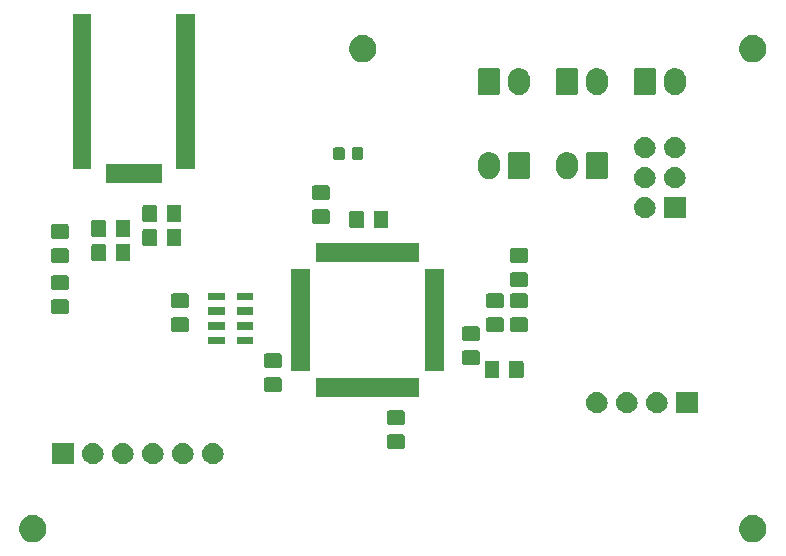
<source format=gbr>
G04 #@! TF.GenerationSoftware,KiCad,Pcbnew,5.0.1*
G04 #@! TF.CreationDate,2018-10-29T01:07:12-05:00*
G04 #@! TF.ProjectId,RDP-Environmental,5244502D456E7669726F6E6D656E7461,01*
G04 #@! TF.SameCoordinates,Original*
G04 #@! TF.FileFunction,Soldermask,Top*
G04 #@! TF.FilePolarity,Negative*
%FSLAX46Y46*%
G04 Gerber Fmt 4.6, Leading zero omitted, Abs format (unit mm)*
G04 Created by KiCad (PCBNEW 5.0.1) date Mon 29 Oct 2018 01:07:12 AM CDT*
%MOMM*%
%LPD*%
G01*
G04 APERTURE LIST*
%ADD10C,0.100000*%
G04 APERTURE END LIST*
D10*
G36*
X89235734Y-64933232D02*
X89445202Y-65019996D01*
X89633723Y-65145962D01*
X89794038Y-65306277D01*
X89920004Y-65494798D01*
X90006768Y-65704266D01*
X90051000Y-65926635D01*
X90051000Y-66153365D01*
X90006768Y-66375734D01*
X89920004Y-66585202D01*
X89794038Y-66773723D01*
X89633723Y-66934038D01*
X89445202Y-67060004D01*
X89235734Y-67146768D01*
X89013365Y-67191000D01*
X88786635Y-67191000D01*
X88564266Y-67146768D01*
X88354798Y-67060004D01*
X88166277Y-66934038D01*
X88005962Y-66773723D01*
X87879996Y-66585202D01*
X87793232Y-66375734D01*
X87749000Y-66153365D01*
X87749000Y-65926635D01*
X87793232Y-65704266D01*
X87879996Y-65494798D01*
X88005962Y-65306277D01*
X88166277Y-65145962D01*
X88354798Y-65019996D01*
X88564266Y-64933232D01*
X88786635Y-64889000D01*
X89013365Y-64889000D01*
X89235734Y-64933232D01*
X89235734Y-64933232D01*
G37*
G36*
X28275734Y-64933232D02*
X28485202Y-65019996D01*
X28673723Y-65145962D01*
X28834038Y-65306277D01*
X28960004Y-65494798D01*
X29046768Y-65704266D01*
X29091000Y-65926635D01*
X29091000Y-66153365D01*
X29046768Y-66375734D01*
X28960004Y-66585202D01*
X28834038Y-66773723D01*
X28673723Y-66934038D01*
X28485202Y-67060004D01*
X28275734Y-67146768D01*
X28053365Y-67191000D01*
X27826635Y-67191000D01*
X27604266Y-67146768D01*
X27394798Y-67060004D01*
X27206277Y-66934038D01*
X27045962Y-66773723D01*
X26919996Y-66585202D01*
X26833232Y-66375734D01*
X26789000Y-66153365D01*
X26789000Y-65926635D01*
X26833232Y-65704266D01*
X26919996Y-65494798D01*
X27045962Y-65306277D01*
X27206277Y-65145962D01*
X27394798Y-65019996D01*
X27604266Y-64933232D01*
X27826635Y-64889000D01*
X28053365Y-64889000D01*
X28275734Y-64933232D01*
X28275734Y-64933232D01*
G37*
G36*
X43290442Y-58795518D02*
X43356627Y-58802037D01*
X43469853Y-58836384D01*
X43526467Y-58853557D01*
X43665087Y-58927652D01*
X43682991Y-58937222D01*
X43718729Y-58966552D01*
X43820186Y-59049814D01*
X43902391Y-59149983D01*
X43932778Y-59187009D01*
X43932779Y-59187011D01*
X44016443Y-59343533D01*
X44016443Y-59343534D01*
X44067963Y-59513373D01*
X44085359Y-59690000D01*
X44067963Y-59866627D01*
X44033616Y-59979853D01*
X44016443Y-60036467D01*
X43942348Y-60175087D01*
X43932778Y-60192991D01*
X43903448Y-60228729D01*
X43820186Y-60330186D01*
X43718729Y-60413448D01*
X43682991Y-60442778D01*
X43682989Y-60442779D01*
X43526467Y-60526443D01*
X43469853Y-60543616D01*
X43356627Y-60577963D01*
X43290443Y-60584481D01*
X43224260Y-60591000D01*
X43135740Y-60591000D01*
X43069557Y-60584481D01*
X43003373Y-60577963D01*
X42890147Y-60543616D01*
X42833533Y-60526443D01*
X42677011Y-60442779D01*
X42677009Y-60442778D01*
X42641271Y-60413448D01*
X42539814Y-60330186D01*
X42456552Y-60228729D01*
X42427222Y-60192991D01*
X42417652Y-60175087D01*
X42343557Y-60036467D01*
X42326384Y-59979853D01*
X42292037Y-59866627D01*
X42274641Y-59690000D01*
X42292037Y-59513373D01*
X42343557Y-59343534D01*
X42343557Y-59343533D01*
X42427221Y-59187011D01*
X42427222Y-59187009D01*
X42457609Y-59149983D01*
X42539814Y-59049814D01*
X42641271Y-58966552D01*
X42677009Y-58937222D01*
X42694913Y-58927652D01*
X42833533Y-58853557D01*
X42890147Y-58836384D01*
X43003373Y-58802037D01*
X43069558Y-58795518D01*
X43135740Y-58789000D01*
X43224260Y-58789000D01*
X43290442Y-58795518D01*
X43290442Y-58795518D01*
G37*
G36*
X35670442Y-58795518D02*
X35736627Y-58802037D01*
X35849853Y-58836384D01*
X35906467Y-58853557D01*
X36045087Y-58927652D01*
X36062991Y-58937222D01*
X36098729Y-58966552D01*
X36200186Y-59049814D01*
X36282391Y-59149983D01*
X36312778Y-59187009D01*
X36312779Y-59187011D01*
X36396443Y-59343533D01*
X36396443Y-59343534D01*
X36447963Y-59513373D01*
X36465359Y-59690000D01*
X36447963Y-59866627D01*
X36413616Y-59979853D01*
X36396443Y-60036467D01*
X36322348Y-60175087D01*
X36312778Y-60192991D01*
X36283448Y-60228729D01*
X36200186Y-60330186D01*
X36098729Y-60413448D01*
X36062991Y-60442778D01*
X36062989Y-60442779D01*
X35906467Y-60526443D01*
X35849853Y-60543616D01*
X35736627Y-60577963D01*
X35670443Y-60584481D01*
X35604260Y-60591000D01*
X35515740Y-60591000D01*
X35449557Y-60584481D01*
X35383373Y-60577963D01*
X35270147Y-60543616D01*
X35213533Y-60526443D01*
X35057011Y-60442779D01*
X35057009Y-60442778D01*
X35021271Y-60413448D01*
X34919814Y-60330186D01*
X34836552Y-60228729D01*
X34807222Y-60192991D01*
X34797652Y-60175087D01*
X34723557Y-60036467D01*
X34706384Y-59979853D01*
X34672037Y-59866627D01*
X34654641Y-59690000D01*
X34672037Y-59513373D01*
X34723557Y-59343534D01*
X34723557Y-59343533D01*
X34807221Y-59187011D01*
X34807222Y-59187009D01*
X34837609Y-59149983D01*
X34919814Y-59049814D01*
X35021271Y-58966552D01*
X35057009Y-58937222D01*
X35074913Y-58927652D01*
X35213533Y-58853557D01*
X35270147Y-58836384D01*
X35383373Y-58802037D01*
X35449558Y-58795518D01*
X35515740Y-58789000D01*
X35604260Y-58789000D01*
X35670442Y-58795518D01*
X35670442Y-58795518D01*
G37*
G36*
X40750442Y-58795518D02*
X40816627Y-58802037D01*
X40929853Y-58836384D01*
X40986467Y-58853557D01*
X41125087Y-58927652D01*
X41142991Y-58937222D01*
X41178729Y-58966552D01*
X41280186Y-59049814D01*
X41362391Y-59149983D01*
X41392778Y-59187009D01*
X41392779Y-59187011D01*
X41476443Y-59343533D01*
X41476443Y-59343534D01*
X41527963Y-59513373D01*
X41545359Y-59690000D01*
X41527963Y-59866627D01*
X41493616Y-59979853D01*
X41476443Y-60036467D01*
X41402348Y-60175087D01*
X41392778Y-60192991D01*
X41363448Y-60228729D01*
X41280186Y-60330186D01*
X41178729Y-60413448D01*
X41142991Y-60442778D01*
X41142989Y-60442779D01*
X40986467Y-60526443D01*
X40929853Y-60543616D01*
X40816627Y-60577963D01*
X40750443Y-60584481D01*
X40684260Y-60591000D01*
X40595740Y-60591000D01*
X40529557Y-60584481D01*
X40463373Y-60577963D01*
X40350147Y-60543616D01*
X40293533Y-60526443D01*
X40137011Y-60442779D01*
X40137009Y-60442778D01*
X40101271Y-60413448D01*
X39999814Y-60330186D01*
X39916552Y-60228729D01*
X39887222Y-60192991D01*
X39877652Y-60175087D01*
X39803557Y-60036467D01*
X39786384Y-59979853D01*
X39752037Y-59866627D01*
X39734641Y-59690000D01*
X39752037Y-59513373D01*
X39803557Y-59343534D01*
X39803557Y-59343533D01*
X39887221Y-59187011D01*
X39887222Y-59187009D01*
X39917609Y-59149983D01*
X39999814Y-59049814D01*
X40101271Y-58966552D01*
X40137009Y-58937222D01*
X40154913Y-58927652D01*
X40293533Y-58853557D01*
X40350147Y-58836384D01*
X40463373Y-58802037D01*
X40529558Y-58795518D01*
X40595740Y-58789000D01*
X40684260Y-58789000D01*
X40750442Y-58795518D01*
X40750442Y-58795518D01*
G37*
G36*
X38210442Y-58795518D02*
X38276627Y-58802037D01*
X38389853Y-58836384D01*
X38446467Y-58853557D01*
X38585087Y-58927652D01*
X38602991Y-58937222D01*
X38638729Y-58966552D01*
X38740186Y-59049814D01*
X38822391Y-59149983D01*
X38852778Y-59187009D01*
X38852779Y-59187011D01*
X38936443Y-59343533D01*
X38936443Y-59343534D01*
X38987963Y-59513373D01*
X39005359Y-59690000D01*
X38987963Y-59866627D01*
X38953616Y-59979853D01*
X38936443Y-60036467D01*
X38862348Y-60175087D01*
X38852778Y-60192991D01*
X38823448Y-60228729D01*
X38740186Y-60330186D01*
X38638729Y-60413448D01*
X38602991Y-60442778D01*
X38602989Y-60442779D01*
X38446467Y-60526443D01*
X38389853Y-60543616D01*
X38276627Y-60577963D01*
X38210443Y-60584481D01*
X38144260Y-60591000D01*
X38055740Y-60591000D01*
X37989557Y-60584481D01*
X37923373Y-60577963D01*
X37810147Y-60543616D01*
X37753533Y-60526443D01*
X37597011Y-60442779D01*
X37597009Y-60442778D01*
X37561271Y-60413448D01*
X37459814Y-60330186D01*
X37376552Y-60228729D01*
X37347222Y-60192991D01*
X37337652Y-60175087D01*
X37263557Y-60036467D01*
X37246384Y-59979853D01*
X37212037Y-59866627D01*
X37194641Y-59690000D01*
X37212037Y-59513373D01*
X37263557Y-59343534D01*
X37263557Y-59343533D01*
X37347221Y-59187011D01*
X37347222Y-59187009D01*
X37377609Y-59149983D01*
X37459814Y-59049814D01*
X37561271Y-58966552D01*
X37597009Y-58937222D01*
X37614913Y-58927652D01*
X37753533Y-58853557D01*
X37810147Y-58836384D01*
X37923373Y-58802037D01*
X37989558Y-58795518D01*
X38055740Y-58789000D01*
X38144260Y-58789000D01*
X38210442Y-58795518D01*
X38210442Y-58795518D01*
G37*
G36*
X33130442Y-58795518D02*
X33196627Y-58802037D01*
X33309853Y-58836384D01*
X33366467Y-58853557D01*
X33505087Y-58927652D01*
X33522991Y-58937222D01*
X33558729Y-58966552D01*
X33660186Y-59049814D01*
X33742391Y-59149983D01*
X33772778Y-59187009D01*
X33772779Y-59187011D01*
X33856443Y-59343533D01*
X33856443Y-59343534D01*
X33907963Y-59513373D01*
X33925359Y-59690000D01*
X33907963Y-59866627D01*
X33873616Y-59979853D01*
X33856443Y-60036467D01*
X33782348Y-60175087D01*
X33772778Y-60192991D01*
X33743448Y-60228729D01*
X33660186Y-60330186D01*
X33558729Y-60413448D01*
X33522991Y-60442778D01*
X33522989Y-60442779D01*
X33366467Y-60526443D01*
X33309853Y-60543616D01*
X33196627Y-60577963D01*
X33130443Y-60584481D01*
X33064260Y-60591000D01*
X32975740Y-60591000D01*
X32909557Y-60584481D01*
X32843373Y-60577963D01*
X32730147Y-60543616D01*
X32673533Y-60526443D01*
X32517011Y-60442779D01*
X32517009Y-60442778D01*
X32481271Y-60413448D01*
X32379814Y-60330186D01*
X32296552Y-60228729D01*
X32267222Y-60192991D01*
X32257652Y-60175087D01*
X32183557Y-60036467D01*
X32166384Y-59979853D01*
X32132037Y-59866627D01*
X32114641Y-59690000D01*
X32132037Y-59513373D01*
X32183557Y-59343534D01*
X32183557Y-59343533D01*
X32267221Y-59187011D01*
X32267222Y-59187009D01*
X32297609Y-59149983D01*
X32379814Y-59049814D01*
X32481271Y-58966552D01*
X32517009Y-58937222D01*
X32534913Y-58927652D01*
X32673533Y-58853557D01*
X32730147Y-58836384D01*
X32843373Y-58802037D01*
X32909558Y-58795518D01*
X32975740Y-58789000D01*
X33064260Y-58789000D01*
X33130442Y-58795518D01*
X33130442Y-58795518D01*
G37*
G36*
X31381000Y-60591000D02*
X29579000Y-60591000D01*
X29579000Y-58789000D01*
X31381000Y-58789000D01*
X31381000Y-60591000D01*
X31381000Y-60591000D01*
G37*
G36*
X59262677Y-58070465D02*
X59300364Y-58081898D01*
X59335103Y-58100466D01*
X59365548Y-58125452D01*
X59390534Y-58155897D01*
X59409102Y-58190636D01*
X59420535Y-58228323D01*
X59425000Y-58273661D01*
X59425000Y-59110339D01*
X59420535Y-59155677D01*
X59409102Y-59193364D01*
X59390534Y-59228103D01*
X59365548Y-59258548D01*
X59335103Y-59283534D01*
X59300364Y-59302102D01*
X59262677Y-59313535D01*
X59217339Y-59318000D01*
X58130661Y-59318000D01*
X58085323Y-59313535D01*
X58047636Y-59302102D01*
X58012897Y-59283534D01*
X57982452Y-59258548D01*
X57957466Y-59228103D01*
X57938898Y-59193364D01*
X57927465Y-59155677D01*
X57923000Y-59110339D01*
X57923000Y-58273661D01*
X57927465Y-58228323D01*
X57938898Y-58190636D01*
X57957466Y-58155897D01*
X57982452Y-58125452D01*
X58012897Y-58100466D01*
X58047636Y-58081898D01*
X58085323Y-58070465D01*
X58130661Y-58066000D01*
X59217339Y-58066000D01*
X59262677Y-58070465D01*
X59262677Y-58070465D01*
G37*
G36*
X59262677Y-56020465D02*
X59300364Y-56031898D01*
X59335103Y-56050466D01*
X59365548Y-56075452D01*
X59390534Y-56105897D01*
X59409102Y-56140636D01*
X59420535Y-56178323D01*
X59425000Y-56223661D01*
X59425000Y-57060339D01*
X59420535Y-57105677D01*
X59409102Y-57143364D01*
X59390534Y-57178103D01*
X59365548Y-57208548D01*
X59335103Y-57233534D01*
X59300364Y-57252102D01*
X59262677Y-57263535D01*
X59217339Y-57268000D01*
X58130661Y-57268000D01*
X58085323Y-57263535D01*
X58047636Y-57252102D01*
X58012897Y-57233534D01*
X57982452Y-57208548D01*
X57957466Y-57178103D01*
X57938898Y-57143364D01*
X57927465Y-57105677D01*
X57923000Y-57060339D01*
X57923000Y-56223661D01*
X57927465Y-56178323D01*
X57938898Y-56140636D01*
X57957466Y-56105897D01*
X57982452Y-56075452D01*
X58012897Y-56050466D01*
X58047636Y-56031898D01*
X58085323Y-56020465D01*
X58130661Y-56016000D01*
X59217339Y-56016000D01*
X59262677Y-56020465D01*
X59262677Y-56020465D01*
G37*
G36*
X80882443Y-54477519D02*
X80948627Y-54484037D01*
X81061853Y-54518384D01*
X81118467Y-54535557D01*
X81257087Y-54609652D01*
X81274991Y-54619222D01*
X81310729Y-54648552D01*
X81412186Y-54731814D01*
X81495448Y-54833271D01*
X81524778Y-54869009D01*
X81524779Y-54869011D01*
X81608443Y-55025533D01*
X81608443Y-55025534D01*
X81659963Y-55195373D01*
X81677359Y-55372000D01*
X81659963Y-55548627D01*
X81625616Y-55661853D01*
X81608443Y-55718467D01*
X81534348Y-55857087D01*
X81524778Y-55874991D01*
X81495448Y-55910729D01*
X81412186Y-56012186D01*
X81310729Y-56095448D01*
X81274991Y-56124778D01*
X81274989Y-56124779D01*
X81118467Y-56208443D01*
X81068299Y-56223661D01*
X80948627Y-56259963D01*
X80882443Y-56266481D01*
X80816260Y-56273000D01*
X80727740Y-56273000D01*
X80661557Y-56266481D01*
X80595373Y-56259963D01*
X80475701Y-56223661D01*
X80425533Y-56208443D01*
X80269011Y-56124779D01*
X80269009Y-56124778D01*
X80233271Y-56095448D01*
X80131814Y-56012186D01*
X80048552Y-55910729D01*
X80019222Y-55874991D01*
X80009652Y-55857087D01*
X79935557Y-55718467D01*
X79918384Y-55661853D01*
X79884037Y-55548627D01*
X79866641Y-55372000D01*
X79884037Y-55195373D01*
X79935557Y-55025534D01*
X79935557Y-55025533D01*
X80019221Y-54869011D01*
X80019222Y-54869009D01*
X80048552Y-54833271D01*
X80131814Y-54731814D01*
X80233271Y-54648552D01*
X80269009Y-54619222D01*
X80286913Y-54609652D01*
X80425533Y-54535557D01*
X80482147Y-54518384D01*
X80595373Y-54484037D01*
X80661557Y-54477519D01*
X80727740Y-54471000D01*
X80816260Y-54471000D01*
X80882443Y-54477519D01*
X80882443Y-54477519D01*
G37*
G36*
X84213000Y-56273000D02*
X82411000Y-56273000D01*
X82411000Y-54471000D01*
X84213000Y-54471000D01*
X84213000Y-56273000D01*
X84213000Y-56273000D01*
G37*
G36*
X78342443Y-54477519D02*
X78408627Y-54484037D01*
X78521853Y-54518384D01*
X78578467Y-54535557D01*
X78717087Y-54609652D01*
X78734991Y-54619222D01*
X78770729Y-54648552D01*
X78872186Y-54731814D01*
X78955448Y-54833271D01*
X78984778Y-54869009D01*
X78984779Y-54869011D01*
X79068443Y-55025533D01*
X79068443Y-55025534D01*
X79119963Y-55195373D01*
X79137359Y-55372000D01*
X79119963Y-55548627D01*
X79085616Y-55661853D01*
X79068443Y-55718467D01*
X78994348Y-55857087D01*
X78984778Y-55874991D01*
X78955448Y-55910729D01*
X78872186Y-56012186D01*
X78770729Y-56095448D01*
X78734991Y-56124778D01*
X78734989Y-56124779D01*
X78578467Y-56208443D01*
X78528299Y-56223661D01*
X78408627Y-56259963D01*
X78342443Y-56266481D01*
X78276260Y-56273000D01*
X78187740Y-56273000D01*
X78121557Y-56266481D01*
X78055373Y-56259963D01*
X77935701Y-56223661D01*
X77885533Y-56208443D01*
X77729011Y-56124779D01*
X77729009Y-56124778D01*
X77693271Y-56095448D01*
X77591814Y-56012186D01*
X77508552Y-55910729D01*
X77479222Y-55874991D01*
X77469652Y-55857087D01*
X77395557Y-55718467D01*
X77378384Y-55661853D01*
X77344037Y-55548627D01*
X77326641Y-55372000D01*
X77344037Y-55195373D01*
X77395557Y-55025534D01*
X77395557Y-55025533D01*
X77479221Y-54869011D01*
X77479222Y-54869009D01*
X77508552Y-54833271D01*
X77591814Y-54731814D01*
X77693271Y-54648552D01*
X77729009Y-54619222D01*
X77746913Y-54609652D01*
X77885533Y-54535557D01*
X77942147Y-54518384D01*
X78055373Y-54484037D01*
X78121557Y-54477519D01*
X78187740Y-54471000D01*
X78276260Y-54471000D01*
X78342443Y-54477519D01*
X78342443Y-54477519D01*
G37*
G36*
X75802443Y-54477519D02*
X75868627Y-54484037D01*
X75981853Y-54518384D01*
X76038467Y-54535557D01*
X76177087Y-54609652D01*
X76194991Y-54619222D01*
X76230729Y-54648552D01*
X76332186Y-54731814D01*
X76415448Y-54833271D01*
X76444778Y-54869009D01*
X76444779Y-54869011D01*
X76528443Y-55025533D01*
X76528443Y-55025534D01*
X76579963Y-55195373D01*
X76597359Y-55372000D01*
X76579963Y-55548627D01*
X76545616Y-55661853D01*
X76528443Y-55718467D01*
X76454348Y-55857087D01*
X76444778Y-55874991D01*
X76415448Y-55910729D01*
X76332186Y-56012186D01*
X76230729Y-56095448D01*
X76194991Y-56124778D01*
X76194989Y-56124779D01*
X76038467Y-56208443D01*
X75988299Y-56223661D01*
X75868627Y-56259963D01*
X75802443Y-56266481D01*
X75736260Y-56273000D01*
X75647740Y-56273000D01*
X75581557Y-56266481D01*
X75515373Y-56259963D01*
X75395701Y-56223661D01*
X75345533Y-56208443D01*
X75189011Y-56124779D01*
X75189009Y-56124778D01*
X75153271Y-56095448D01*
X75051814Y-56012186D01*
X74968552Y-55910729D01*
X74939222Y-55874991D01*
X74929652Y-55857087D01*
X74855557Y-55718467D01*
X74838384Y-55661853D01*
X74804037Y-55548627D01*
X74786641Y-55372000D01*
X74804037Y-55195373D01*
X74855557Y-55025534D01*
X74855557Y-55025533D01*
X74939221Y-54869011D01*
X74939222Y-54869009D01*
X74968552Y-54833271D01*
X75051814Y-54731814D01*
X75153271Y-54648552D01*
X75189009Y-54619222D01*
X75206913Y-54609652D01*
X75345533Y-54535557D01*
X75402147Y-54518384D01*
X75515373Y-54484037D01*
X75581557Y-54477519D01*
X75647740Y-54471000D01*
X75736260Y-54471000D01*
X75802443Y-54477519D01*
X75802443Y-54477519D01*
G37*
G36*
X60602000Y-54875000D02*
X51950000Y-54875000D01*
X51950000Y-53273000D01*
X60602000Y-53273000D01*
X60602000Y-54875000D01*
X60602000Y-54875000D01*
G37*
G36*
X48848677Y-53244465D02*
X48886364Y-53255898D01*
X48921103Y-53274466D01*
X48951548Y-53299452D01*
X48976534Y-53329897D01*
X48995102Y-53364636D01*
X49006535Y-53402323D01*
X49011000Y-53447661D01*
X49011000Y-54284339D01*
X49006535Y-54329677D01*
X48995102Y-54367364D01*
X48976534Y-54402103D01*
X48951548Y-54432548D01*
X48921103Y-54457534D01*
X48886364Y-54476102D01*
X48848677Y-54487535D01*
X48803339Y-54492000D01*
X47716661Y-54492000D01*
X47671323Y-54487535D01*
X47633636Y-54476102D01*
X47598897Y-54457534D01*
X47568452Y-54432548D01*
X47543466Y-54402103D01*
X47524898Y-54367364D01*
X47513465Y-54329677D01*
X47509000Y-54284339D01*
X47509000Y-53447661D01*
X47513465Y-53402323D01*
X47524898Y-53364636D01*
X47543466Y-53329897D01*
X47568452Y-53299452D01*
X47598897Y-53274466D01*
X47633636Y-53255898D01*
X47671323Y-53244465D01*
X47716661Y-53240000D01*
X48803339Y-53240000D01*
X48848677Y-53244465D01*
X48848677Y-53244465D01*
G37*
G36*
X67265677Y-51831465D02*
X67303364Y-51842898D01*
X67338103Y-51861466D01*
X67368548Y-51886452D01*
X67393534Y-51916897D01*
X67412102Y-51951636D01*
X67423535Y-51989323D01*
X67428000Y-52034661D01*
X67428000Y-53121339D01*
X67423535Y-53166677D01*
X67412102Y-53204364D01*
X67393534Y-53239103D01*
X67368548Y-53269548D01*
X67338103Y-53294534D01*
X67303364Y-53313102D01*
X67265677Y-53324535D01*
X67220339Y-53329000D01*
X66383661Y-53329000D01*
X66338323Y-53324535D01*
X66300636Y-53313102D01*
X66265897Y-53294534D01*
X66235452Y-53269548D01*
X66210466Y-53239103D01*
X66191898Y-53204364D01*
X66180465Y-53166677D01*
X66176000Y-53121339D01*
X66176000Y-52034661D01*
X66180465Y-51989323D01*
X66191898Y-51951636D01*
X66210466Y-51916897D01*
X66235452Y-51886452D01*
X66265897Y-51861466D01*
X66300636Y-51842898D01*
X66338323Y-51831465D01*
X66383661Y-51827000D01*
X67220339Y-51827000D01*
X67265677Y-51831465D01*
X67265677Y-51831465D01*
G37*
G36*
X69315677Y-51831465D02*
X69353364Y-51842898D01*
X69388103Y-51861466D01*
X69418548Y-51886452D01*
X69443534Y-51916897D01*
X69462102Y-51951636D01*
X69473535Y-51989323D01*
X69478000Y-52034661D01*
X69478000Y-53121339D01*
X69473535Y-53166677D01*
X69462102Y-53204364D01*
X69443534Y-53239103D01*
X69418548Y-53269548D01*
X69388103Y-53294534D01*
X69353364Y-53313102D01*
X69315677Y-53324535D01*
X69270339Y-53329000D01*
X68433661Y-53329000D01*
X68388323Y-53324535D01*
X68350636Y-53313102D01*
X68315897Y-53294534D01*
X68285452Y-53269548D01*
X68260466Y-53239103D01*
X68241898Y-53204364D01*
X68230465Y-53166677D01*
X68226000Y-53121339D01*
X68226000Y-52034661D01*
X68230465Y-51989323D01*
X68241898Y-51951636D01*
X68260466Y-51916897D01*
X68285452Y-51886452D01*
X68315897Y-51861466D01*
X68350636Y-51842898D01*
X68388323Y-51831465D01*
X68433661Y-51827000D01*
X69270339Y-51827000D01*
X69315677Y-51831465D01*
X69315677Y-51831465D01*
G37*
G36*
X51377000Y-52700000D02*
X49775000Y-52700000D01*
X49775000Y-44048000D01*
X51377000Y-44048000D01*
X51377000Y-52700000D01*
X51377000Y-52700000D01*
G37*
G36*
X62777000Y-52700000D02*
X61175000Y-52700000D01*
X61175000Y-44048000D01*
X62777000Y-44048000D01*
X62777000Y-52700000D01*
X62777000Y-52700000D01*
G37*
G36*
X48848677Y-51194465D02*
X48886364Y-51205898D01*
X48921103Y-51224466D01*
X48951548Y-51249452D01*
X48976534Y-51279897D01*
X48995102Y-51314636D01*
X49006535Y-51352323D01*
X49011000Y-51397661D01*
X49011000Y-52234339D01*
X49006535Y-52279677D01*
X48995102Y-52317364D01*
X48976534Y-52352103D01*
X48951548Y-52382548D01*
X48921103Y-52407534D01*
X48886364Y-52426102D01*
X48848677Y-52437535D01*
X48803339Y-52442000D01*
X47716661Y-52442000D01*
X47671323Y-52437535D01*
X47633636Y-52426102D01*
X47598897Y-52407534D01*
X47568452Y-52382548D01*
X47543466Y-52352103D01*
X47524898Y-52317364D01*
X47513465Y-52279677D01*
X47509000Y-52234339D01*
X47509000Y-51397661D01*
X47513465Y-51352323D01*
X47524898Y-51314636D01*
X47543466Y-51279897D01*
X47568452Y-51249452D01*
X47598897Y-51224466D01*
X47633636Y-51205898D01*
X47671323Y-51194465D01*
X47716661Y-51190000D01*
X48803339Y-51190000D01*
X48848677Y-51194465D01*
X48848677Y-51194465D01*
G37*
G36*
X65612677Y-50958465D02*
X65650364Y-50969898D01*
X65685103Y-50988466D01*
X65715548Y-51013452D01*
X65740534Y-51043897D01*
X65759102Y-51078636D01*
X65770535Y-51116323D01*
X65775000Y-51161661D01*
X65775000Y-51998339D01*
X65770535Y-52043677D01*
X65759102Y-52081364D01*
X65740534Y-52116103D01*
X65715548Y-52146548D01*
X65685103Y-52171534D01*
X65650364Y-52190102D01*
X65612677Y-52201535D01*
X65567339Y-52206000D01*
X64480661Y-52206000D01*
X64435323Y-52201535D01*
X64397636Y-52190102D01*
X64362897Y-52171534D01*
X64332452Y-52146548D01*
X64307466Y-52116103D01*
X64288898Y-52081364D01*
X64277465Y-52043677D01*
X64273000Y-51998339D01*
X64273000Y-51161661D01*
X64277465Y-51116323D01*
X64288898Y-51078636D01*
X64307466Y-51043897D01*
X64332452Y-51013452D01*
X64362897Y-50988466D01*
X64397636Y-50969898D01*
X64435323Y-50958465D01*
X64480661Y-50954000D01*
X65567339Y-50954000D01*
X65612677Y-50958465D01*
X65612677Y-50958465D01*
G37*
G36*
X46610000Y-50451000D02*
X45198000Y-50451000D01*
X45198000Y-49819000D01*
X46610000Y-49819000D01*
X46610000Y-50451000D01*
X46610000Y-50451000D01*
G37*
G36*
X44210000Y-50451000D02*
X42798000Y-50451000D01*
X42798000Y-49819000D01*
X44210000Y-49819000D01*
X44210000Y-50451000D01*
X44210000Y-50451000D01*
G37*
G36*
X65612677Y-48908465D02*
X65650364Y-48919898D01*
X65685103Y-48938466D01*
X65715548Y-48963452D01*
X65740534Y-48993897D01*
X65759102Y-49028636D01*
X65770535Y-49066323D01*
X65775000Y-49111661D01*
X65775000Y-49948339D01*
X65770535Y-49993677D01*
X65759102Y-50031364D01*
X65740534Y-50066103D01*
X65715548Y-50096548D01*
X65685103Y-50121534D01*
X65650364Y-50140102D01*
X65612677Y-50151535D01*
X65567339Y-50156000D01*
X64480661Y-50156000D01*
X64435323Y-50151535D01*
X64397636Y-50140102D01*
X64362897Y-50121534D01*
X64332452Y-50096548D01*
X64307466Y-50066103D01*
X64288898Y-50031364D01*
X64277465Y-49993677D01*
X64273000Y-49948339D01*
X64273000Y-49111661D01*
X64277465Y-49066323D01*
X64288898Y-49028636D01*
X64307466Y-48993897D01*
X64332452Y-48963452D01*
X64362897Y-48938466D01*
X64397636Y-48919898D01*
X64435323Y-48908465D01*
X64480661Y-48904000D01*
X65567339Y-48904000D01*
X65612677Y-48908465D01*
X65612677Y-48908465D01*
G37*
G36*
X69676677Y-48164465D02*
X69714364Y-48175898D01*
X69749103Y-48194466D01*
X69779548Y-48219452D01*
X69804534Y-48249897D01*
X69823102Y-48284636D01*
X69834535Y-48322323D01*
X69839000Y-48367661D01*
X69839000Y-49204339D01*
X69834535Y-49249677D01*
X69823102Y-49287364D01*
X69804534Y-49322103D01*
X69779548Y-49352548D01*
X69749103Y-49377534D01*
X69714364Y-49396102D01*
X69676677Y-49407535D01*
X69631339Y-49412000D01*
X68544661Y-49412000D01*
X68499323Y-49407535D01*
X68461636Y-49396102D01*
X68426897Y-49377534D01*
X68396452Y-49352548D01*
X68371466Y-49322103D01*
X68352898Y-49287364D01*
X68341465Y-49249677D01*
X68337000Y-49204339D01*
X68337000Y-48367661D01*
X68341465Y-48322323D01*
X68352898Y-48284636D01*
X68371466Y-48249897D01*
X68396452Y-48219452D01*
X68426897Y-48194466D01*
X68461636Y-48175898D01*
X68499323Y-48164465D01*
X68544661Y-48160000D01*
X69631339Y-48160000D01*
X69676677Y-48164465D01*
X69676677Y-48164465D01*
G37*
G36*
X40974677Y-48164465D02*
X41012364Y-48175898D01*
X41047103Y-48194466D01*
X41077548Y-48219452D01*
X41102534Y-48249897D01*
X41121102Y-48284636D01*
X41132535Y-48322323D01*
X41137000Y-48367661D01*
X41137000Y-49204339D01*
X41132535Y-49249677D01*
X41121102Y-49287364D01*
X41102534Y-49322103D01*
X41077548Y-49352548D01*
X41047103Y-49377534D01*
X41012364Y-49396102D01*
X40974677Y-49407535D01*
X40929339Y-49412000D01*
X39842661Y-49412000D01*
X39797323Y-49407535D01*
X39759636Y-49396102D01*
X39724897Y-49377534D01*
X39694452Y-49352548D01*
X39669466Y-49322103D01*
X39650898Y-49287364D01*
X39639465Y-49249677D01*
X39635000Y-49204339D01*
X39635000Y-48367661D01*
X39639465Y-48322323D01*
X39650898Y-48284636D01*
X39669466Y-48249897D01*
X39694452Y-48219452D01*
X39724897Y-48194466D01*
X39759636Y-48175898D01*
X39797323Y-48164465D01*
X39842661Y-48160000D01*
X40929339Y-48160000D01*
X40974677Y-48164465D01*
X40974677Y-48164465D01*
G37*
G36*
X67644677Y-48164465D02*
X67682364Y-48175898D01*
X67717103Y-48194466D01*
X67747548Y-48219452D01*
X67772534Y-48249897D01*
X67791102Y-48284636D01*
X67802535Y-48322323D01*
X67807000Y-48367661D01*
X67807000Y-49204339D01*
X67802535Y-49249677D01*
X67791102Y-49287364D01*
X67772534Y-49322103D01*
X67747548Y-49352548D01*
X67717103Y-49377534D01*
X67682364Y-49396102D01*
X67644677Y-49407535D01*
X67599339Y-49412000D01*
X66512661Y-49412000D01*
X66467323Y-49407535D01*
X66429636Y-49396102D01*
X66394897Y-49377534D01*
X66364452Y-49352548D01*
X66339466Y-49322103D01*
X66320898Y-49287364D01*
X66309465Y-49249677D01*
X66305000Y-49204339D01*
X66305000Y-48367661D01*
X66309465Y-48322323D01*
X66320898Y-48284636D01*
X66339466Y-48249897D01*
X66364452Y-48219452D01*
X66394897Y-48194466D01*
X66429636Y-48175898D01*
X66467323Y-48164465D01*
X66512661Y-48160000D01*
X67599339Y-48160000D01*
X67644677Y-48164465D01*
X67644677Y-48164465D01*
G37*
G36*
X46610000Y-49201000D02*
X45198000Y-49201000D01*
X45198000Y-48569000D01*
X46610000Y-48569000D01*
X46610000Y-49201000D01*
X46610000Y-49201000D01*
G37*
G36*
X44210000Y-49201000D02*
X42798000Y-49201000D01*
X42798000Y-48569000D01*
X44210000Y-48569000D01*
X44210000Y-49201000D01*
X44210000Y-49201000D01*
G37*
G36*
X44210000Y-47951000D02*
X42798000Y-47951000D01*
X42798000Y-47319000D01*
X44210000Y-47319000D01*
X44210000Y-47951000D01*
X44210000Y-47951000D01*
G37*
G36*
X46610000Y-47951000D02*
X45198000Y-47951000D01*
X45198000Y-47319000D01*
X46610000Y-47319000D01*
X46610000Y-47951000D01*
X46610000Y-47951000D01*
G37*
G36*
X30814677Y-46640465D02*
X30852364Y-46651898D01*
X30887103Y-46670466D01*
X30917548Y-46695452D01*
X30942534Y-46725897D01*
X30961102Y-46760636D01*
X30972535Y-46798323D01*
X30977000Y-46843661D01*
X30977000Y-47680339D01*
X30972535Y-47725677D01*
X30961102Y-47763364D01*
X30942534Y-47798103D01*
X30917548Y-47828548D01*
X30887103Y-47853534D01*
X30852364Y-47872102D01*
X30814677Y-47883535D01*
X30769339Y-47888000D01*
X29682661Y-47888000D01*
X29637323Y-47883535D01*
X29599636Y-47872102D01*
X29564897Y-47853534D01*
X29534452Y-47828548D01*
X29509466Y-47798103D01*
X29490898Y-47763364D01*
X29479465Y-47725677D01*
X29475000Y-47680339D01*
X29475000Y-46843661D01*
X29479465Y-46798323D01*
X29490898Y-46760636D01*
X29509466Y-46725897D01*
X29534452Y-46695452D01*
X29564897Y-46670466D01*
X29599636Y-46651898D01*
X29637323Y-46640465D01*
X29682661Y-46636000D01*
X30769339Y-46636000D01*
X30814677Y-46640465D01*
X30814677Y-46640465D01*
G37*
G36*
X67644677Y-46114465D02*
X67682364Y-46125898D01*
X67717103Y-46144466D01*
X67747548Y-46169452D01*
X67772534Y-46199897D01*
X67791102Y-46234636D01*
X67802535Y-46272323D01*
X67807000Y-46317661D01*
X67807000Y-47154339D01*
X67802535Y-47199677D01*
X67791102Y-47237364D01*
X67772534Y-47272103D01*
X67747548Y-47302548D01*
X67717103Y-47327534D01*
X67682364Y-47346102D01*
X67644677Y-47357535D01*
X67599339Y-47362000D01*
X66512661Y-47362000D01*
X66467323Y-47357535D01*
X66429636Y-47346102D01*
X66394897Y-47327534D01*
X66364452Y-47302548D01*
X66339466Y-47272103D01*
X66320898Y-47237364D01*
X66309465Y-47199677D01*
X66305000Y-47154339D01*
X66305000Y-46317661D01*
X66309465Y-46272323D01*
X66320898Y-46234636D01*
X66339466Y-46199897D01*
X66364452Y-46169452D01*
X66394897Y-46144466D01*
X66429636Y-46125898D01*
X66467323Y-46114465D01*
X66512661Y-46110000D01*
X67599339Y-46110000D01*
X67644677Y-46114465D01*
X67644677Y-46114465D01*
G37*
G36*
X40974677Y-46114465D02*
X41012364Y-46125898D01*
X41047103Y-46144466D01*
X41077548Y-46169452D01*
X41102534Y-46199897D01*
X41121102Y-46234636D01*
X41132535Y-46272323D01*
X41137000Y-46317661D01*
X41137000Y-47154339D01*
X41132535Y-47199677D01*
X41121102Y-47237364D01*
X41102534Y-47272103D01*
X41077548Y-47302548D01*
X41047103Y-47327534D01*
X41012364Y-47346102D01*
X40974677Y-47357535D01*
X40929339Y-47362000D01*
X39842661Y-47362000D01*
X39797323Y-47357535D01*
X39759636Y-47346102D01*
X39724897Y-47327534D01*
X39694452Y-47302548D01*
X39669466Y-47272103D01*
X39650898Y-47237364D01*
X39639465Y-47199677D01*
X39635000Y-47154339D01*
X39635000Y-46317661D01*
X39639465Y-46272323D01*
X39650898Y-46234636D01*
X39669466Y-46199897D01*
X39694452Y-46169452D01*
X39724897Y-46144466D01*
X39759636Y-46125898D01*
X39797323Y-46114465D01*
X39842661Y-46110000D01*
X40929339Y-46110000D01*
X40974677Y-46114465D01*
X40974677Y-46114465D01*
G37*
G36*
X69676677Y-46114465D02*
X69714364Y-46125898D01*
X69749103Y-46144466D01*
X69779548Y-46169452D01*
X69804534Y-46199897D01*
X69823102Y-46234636D01*
X69834535Y-46272323D01*
X69839000Y-46317661D01*
X69839000Y-47154339D01*
X69834535Y-47199677D01*
X69823102Y-47237364D01*
X69804534Y-47272103D01*
X69779548Y-47302548D01*
X69749103Y-47327534D01*
X69714364Y-47346102D01*
X69676677Y-47357535D01*
X69631339Y-47362000D01*
X68544661Y-47362000D01*
X68499323Y-47357535D01*
X68461636Y-47346102D01*
X68426897Y-47327534D01*
X68396452Y-47302548D01*
X68371466Y-47272103D01*
X68352898Y-47237364D01*
X68341465Y-47199677D01*
X68337000Y-47154339D01*
X68337000Y-46317661D01*
X68341465Y-46272323D01*
X68352898Y-46234636D01*
X68371466Y-46199897D01*
X68396452Y-46169452D01*
X68426897Y-46144466D01*
X68461636Y-46125898D01*
X68499323Y-46114465D01*
X68544661Y-46110000D01*
X69631339Y-46110000D01*
X69676677Y-46114465D01*
X69676677Y-46114465D01*
G37*
G36*
X44210000Y-46701000D02*
X42798000Y-46701000D01*
X42798000Y-46069000D01*
X44210000Y-46069000D01*
X44210000Y-46701000D01*
X44210000Y-46701000D01*
G37*
G36*
X46610000Y-46701000D02*
X45198000Y-46701000D01*
X45198000Y-46069000D01*
X46610000Y-46069000D01*
X46610000Y-46701000D01*
X46610000Y-46701000D01*
G37*
G36*
X30814677Y-44590465D02*
X30852364Y-44601898D01*
X30887103Y-44620466D01*
X30917548Y-44645452D01*
X30942534Y-44675897D01*
X30961102Y-44710636D01*
X30972535Y-44748323D01*
X30977000Y-44793661D01*
X30977000Y-45630339D01*
X30972535Y-45675677D01*
X30961102Y-45713364D01*
X30942534Y-45748103D01*
X30917548Y-45778548D01*
X30887103Y-45803534D01*
X30852364Y-45822102D01*
X30814677Y-45833535D01*
X30769339Y-45838000D01*
X29682661Y-45838000D01*
X29637323Y-45833535D01*
X29599636Y-45822102D01*
X29564897Y-45803534D01*
X29534452Y-45778548D01*
X29509466Y-45748103D01*
X29490898Y-45713364D01*
X29479465Y-45675677D01*
X29475000Y-45630339D01*
X29475000Y-44793661D01*
X29479465Y-44748323D01*
X29490898Y-44710636D01*
X29509466Y-44675897D01*
X29534452Y-44645452D01*
X29564897Y-44620466D01*
X29599636Y-44601898D01*
X29637323Y-44590465D01*
X29682661Y-44586000D01*
X30769339Y-44586000D01*
X30814677Y-44590465D01*
X30814677Y-44590465D01*
G37*
G36*
X69676677Y-44336465D02*
X69714364Y-44347898D01*
X69749103Y-44366466D01*
X69779548Y-44391452D01*
X69804534Y-44421897D01*
X69823102Y-44456636D01*
X69834535Y-44494323D01*
X69839000Y-44539661D01*
X69839000Y-45376339D01*
X69834535Y-45421677D01*
X69823102Y-45459364D01*
X69804534Y-45494103D01*
X69779548Y-45524548D01*
X69749103Y-45549534D01*
X69714364Y-45568102D01*
X69676677Y-45579535D01*
X69631339Y-45584000D01*
X68544661Y-45584000D01*
X68499323Y-45579535D01*
X68461636Y-45568102D01*
X68426897Y-45549534D01*
X68396452Y-45524548D01*
X68371466Y-45494103D01*
X68352898Y-45459364D01*
X68341465Y-45421677D01*
X68337000Y-45376339D01*
X68337000Y-44539661D01*
X68341465Y-44494323D01*
X68352898Y-44456636D01*
X68371466Y-44421897D01*
X68396452Y-44391452D01*
X68426897Y-44366466D01*
X68461636Y-44347898D01*
X68499323Y-44336465D01*
X68544661Y-44332000D01*
X69631339Y-44332000D01*
X69676677Y-44336465D01*
X69676677Y-44336465D01*
G37*
G36*
X30814677Y-42313465D02*
X30852364Y-42324898D01*
X30887103Y-42343466D01*
X30917548Y-42368452D01*
X30942534Y-42398897D01*
X30961102Y-42433636D01*
X30972535Y-42471323D01*
X30977000Y-42516661D01*
X30977000Y-43353339D01*
X30972535Y-43398677D01*
X30961102Y-43436364D01*
X30942534Y-43471103D01*
X30917548Y-43501548D01*
X30887103Y-43526534D01*
X30852364Y-43545102D01*
X30814677Y-43556535D01*
X30769339Y-43561000D01*
X29682661Y-43561000D01*
X29637323Y-43556535D01*
X29599636Y-43545102D01*
X29564897Y-43526534D01*
X29534452Y-43501548D01*
X29509466Y-43471103D01*
X29490898Y-43436364D01*
X29479465Y-43398677D01*
X29475000Y-43353339D01*
X29475000Y-42516661D01*
X29479465Y-42471323D01*
X29490898Y-42433636D01*
X29509466Y-42398897D01*
X29534452Y-42368452D01*
X29564897Y-42343466D01*
X29599636Y-42324898D01*
X29637323Y-42313465D01*
X29682661Y-42309000D01*
X30769339Y-42309000D01*
X30814677Y-42313465D01*
X30814677Y-42313465D01*
G37*
G36*
X69676677Y-42286465D02*
X69714364Y-42297898D01*
X69749103Y-42316466D01*
X69779548Y-42341452D01*
X69804534Y-42371897D01*
X69823102Y-42406636D01*
X69834535Y-42444323D01*
X69839000Y-42489661D01*
X69839000Y-43326339D01*
X69834535Y-43371677D01*
X69823102Y-43409364D01*
X69804534Y-43444103D01*
X69779548Y-43474548D01*
X69749103Y-43499534D01*
X69714364Y-43518102D01*
X69676677Y-43529535D01*
X69631339Y-43534000D01*
X68544661Y-43534000D01*
X68499323Y-43529535D01*
X68461636Y-43518102D01*
X68426897Y-43499534D01*
X68396452Y-43474548D01*
X68371466Y-43444103D01*
X68352898Y-43409364D01*
X68341465Y-43371677D01*
X68337000Y-43326339D01*
X68337000Y-42489661D01*
X68341465Y-42444323D01*
X68352898Y-42406636D01*
X68371466Y-42371897D01*
X68396452Y-42341452D01*
X68426897Y-42316466D01*
X68461636Y-42297898D01*
X68499323Y-42286465D01*
X68544661Y-42282000D01*
X69631339Y-42282000D01*
X69676677Y-42286465D01*
X69676677Y-42286465D01*
G37*
G36*
X60602000Y-43475000D02*
X51950000Y-43475000D01*
X51950000Y-41873000D01*
X60602000Y-41873000D01*
X60602000Y-43475000D01*
X60602000Y-43475000D01*
G37*
G36*
X33982677Y-41925465D02*
X34020364Y-41936898D01*
X34055103Y-41955466D01*
X34085548Y-41980452D01*
X34110534Y-42010897D01*
X34129102Y-42045636D01*
X34140535Y-42083323D01*
X34145000Y-42128661D01*
X34145000Y-43215339D01*
X34140535Y-43260677D01*
X34129102Y-43298364D01*
X34110534Y-43333103D01*
X34085548Y-43363548D01*
X34055103Y-43388534D01*
X34020364Y-43407102D01*
X33982677Y-43418535D01*
X33937339Y-43423000D01*
X33100661Y-43423000D01*
X33055323Y-43418535D01*
X33017636Y-43407102D01*
X32982897Y-43388534D01*
X32952452Y-43363548D01*
X32927466Y-43333103D01*
X32908898Y-43298364D01*
X32897465Y-43260677D01*
X32893000Y-43215339D01*
X32893000Y-42128661D01*
X32897465Y-42083323D01*
X32908898Y-42045636D01*
X32927466Y-42010897D01*
X32952452Y-41980452D01*
X32982897Y-41955466D01*
X33017636Y-41936898D01*
X33055323Y-41925465D01*
X33100661Y-41921000D01*
X33937339Y-41921000D01*
X33982677Y-41925465D01*
X33982677Y-41925465D01*
G37*
G36*
X36032677Y-41925465D02*
X36070364Y-41936898D01*
X36105103Y-41955466D01*
X36135548Y-41980452D01*
X36160534Y-42010897D01*
X36179102Y-42045636D01*
X36190535Y-42083323D01*
X36195000Y-42128661D01*
X36195000Y-43215339D01*
X36190535Y-43260677D01*
X36179102Y-43298364D01*
X36160534Y-43333103D01*
X36135548Y-43363548D01*
X36105103Y-43388534D01*
X36070364Y-43407102D01*
X36032677Y-43418535D01*
X35987339Y-43423000D01*
X35150661Y-43423000D01*
X35105323Y-43418535D01*
X35067636Y-43407102D01*
X35032897Y-43388534D01*
X35002452Y-43363548D01*
X34977466Y-43333103D01*
X34958898Y-43298364D01*
X34947465Y-43260677D01*
X34943000Y-43215339D01*
X34943000Y-42128661D01*
X34947465Y-42083323D01*
X34958898Y-42045636D01*
X34977466Y-42010897D01*
X35002452Y-41980452D01*
X35032897Y-41955466D01*
X35067636Y-41936898D01*
X35105323Y-41925465D01*
X35150661Y-41921000D01*
X35987339Y-41921000D01*
X36032677Y-41925465D01*
X36032677Y-41925465D01*
G37*
G36*
X38300677Y-40655465D02*
X38338364Y-40666898D01*
X38373103Y-40685466D01*
X38403548Y-40710452D01*
X38428534Y-40740897D01*
X38447102Y-40775636D01*
X38458535Y-40813323D01*
X38463000Y-40858661D01*
X38463000Y-41945339D01*
X38458535Y-41990677D01*
X38447102Y-42028364D01*
X38428534Y-42063103D01*
X38403548Y-42093548D01*
X38373103Y-42118534D01*
X38338364Y-42137102D01*
X38300677Y-42148535D01*
X38255339Y-42153000D01*
X37418661Y-42153000D01*
X37373323Y-42148535D01*
X37335636Y-42137102D01*
X37300897Y-42118534D01*
X37270452Y-42093548D01*
X37245466Y-42063103D01*
X37226898Y-42028364D01*
X37215465Y-41990677D01*
X37211000Y-41945339D01*
X37211000Y-40858661D01*
X37215465Y-40813323D01*
X37226898Y-40775636D01*
X37245466Y-40740897D01*
X37270452Y-40710452D01*
X37300897Y-40685466D01*
X37335636Y-40666898D01*
X37373323Y-40655465D01*
X37418661Y-40651000D01*
X38255339Y-40651000D01*
X38300677Y-40655465D01*
X38300677Y-40655465D01*
G37*
G36*
X40350677Y-40655465D02*
X40388364Y-40666898D01*
X40423103Y-40685466D01*
X40453548Y-40710452D01*
X40478534Y-40740897D01*
X40497102Y-40775636D01*
X40508535Y-40813323D01*
X40513000Y-40858661D01*
X40513000Y-41945339D01*
X40508535Y-41990677D01*
X40497102Y-42028364D01*
X40478534Y-42063103D01*
X40453548Y-42093548D01*
X40423103Y-42118534D01*
X40388364Y-42137102D01*
X40350677Y-42148535D01*
X40305339Y-42153000D01*
X39468661Y-42153000D01*
X39423323Y-42148535D01*
X39385636Y-42137102D01*
X39350897Y-42118534D01*
X39320452Y-42093548D01*
X39295466Y-42063103D01*
X39276898Y-42028364D01*
X39265465Y-41990677D01*
X39261000Y-41945339D01*
X39261000Y-40858661D01*
X39265465Y-40813323D01*
X39276898Y-40775636D01*
X39295466Y-40740897D01*
X39320452Y-40710452D01*
X39350897Y-40685466D01*
X39385636Y-40666898D01*
X39423323Y-40655465D01*
X39468661Y-40651000D01*
X40305339Y-40651000D01*
X40350677Y-40655465D01*
X40350677Y-40655465D01*
G37*
G36*
X30814677Y-40263465D02*
X30852364Y-40274898D01*
X30887103Y-40293466D01*
X30917548Y-40318452D01*
X30942534Y-40348897D01*
X30961102Y-40383636D01*
X30972535Y-40421323D01*
X30977000Y-40466661D01*
X30977000Y-41303339D01*
X30972535Y-41348677D01*
X30961102Y-41386364D01*
X30942534Y-41421103D01*
X30917548Y-41451548D01*
X30887103Y-41476534D01*
X30852364Y-41495102D01*
X30814677Y-41506535D01*
X30769339Y-41511000D01*
X29682661Y-41511000D01*
X29637323Y-41506535D01*
X29599636Y-41495102D01*
X29564897Y-41476534D01*
X29534452Y-41451548D01*
X29509466Y-41421103D01*
X29490898Y-41386364D01*
X29479465Y-41348677D01*
X29475000Y-41303339D01*
X29475000Y-40466661D01*
X29479465Y-40421323D01*
X29490898Y-40383636D01*
X29509466Y-40348897D01*
X29534452Y-40318452D01*
X29564897Y-40293466D01*
X29599636Y-40274898D01*
X29637323Y-40263465D01*
X29682661Y-40259000D01*
X30769339Y-40259000D01*
X30814677Y-40263465D01*
X30814677Y-40263465D01*
G37*
G36*
X36023677Y-39893465D02*
X36061364Y-39904898D01*
X36096103Y-39923466D01*
X36126548Y-39948452D01*
X36151534Y-39978897D01*
X36170102Y-40013636D01*
X36181535Y-40051323D01*
X36186000Y-40096661D01*
X36186000Y-41183339D01*
X36181535Y-41228677D01*
X36170102Y-41266364D01*
X36151534Y-41301103D01*
X36126548Y-41331548D01*
X36096103Y-41356534D01*
X36061364Y-41375102D01*
X36023677Y-41386535D01*
X35978339Y-41391000D01*
X35141661Y-41391000D01*
X35096323Y-41386535D01*
X35058636Y-41375102D01*
X35023897Y-41356534D01*
X34993452Y-41331548D01*
X34968466Y-41301103D01*
X34949898Y-41266364D01*
X34938465Y-41228677D01*
X34934000Y-41183339D01*
X34934000Y-40096661D01*
X34938465Y-40051323D01*
X34949898Y-40013636D01*
X34968466Y-39978897D01*
X34993452Y-39948452D01*
X35023897Y-39923466D01*
X35058636Y-39904898D01*
X35096323Y-39893465D01*
X35141661Y-39889000D01*
X35978339Y-39889000D01*
X36023677Y-39893465D01*
X36023677Y-39893465D01*
G37*
G36*
X33973677Y-39893465D02*
X34011364Y-39904898D01*
X34046103Y-39923466D01*
X34076548Y-39948452D01*
X34101534Y-39978897D01*
X34120102Y-40013636D01*
X34131535Y-40051323D01*
X34136000Y-40096661D01*
X34136000Y-41183339D01*
X34131535Y-41228677D01*
X34120102Y-41266364D01*
X34101534Y-41301103D01*
X34076548Y-41331548D01*
X34046103Y-41356534D01*
X34011364Y-41375102D01*
X33973677Y-41386535D01*
X33928339Y-41391000D01*
X33091661Y-41391000D01*
X33046323Y-41386535D01*
X33008636Y-41375102D01*
X32973897Y-41356534D01*
X32943452Y-41331548D01*
X32918466Y-41301103D01*
X32899898Y-41266364D01*
X32888465Y-41228677D01*
X32884000Y-41183339D01*
X32884000Y-40096661D01*
X32888465Y-40051323D01*
X32899898Y-40013636D01*
X32918466Y-39978897D01*
X32943452Y-39948452D01*
X32973897Y-39923466D01*
X33008636Y-39904898D01*
X33046323Y-39893465D01*
X33091661Y-39889000D01*
X33928339Y-39889000D01*
X33973677Y-39893465D01*
X33973677Y-39893465D01*
G37*
G36*
X55817677Y-39131465D02*
X55855364Y-39142898D01*
X55890103Y-39161466D01*
X55920548Y-39186452D01*
X55945534Y-39216897D01*
X55964102Y-39251636D01*
X55975535Y-39289323D01*
X55980000Y-39334661D01*
X55980000Y-40421339D01*
X55975535Y-40466677D01*
X55964102Y-40504364D01*
X55945534Y-40539103D01*
X55920548Y-40569548D01*
X55890103Y-40594534D01*
X55855364Y-40613102D01*
X55817677Y-40624535D01*
X55772339Y-40629000D01*
X54935661Y-40629000D01*
X54890323Y-40624535D01*
X54852636Y-40613102D01*
X54817897Y-40594534D01*
X54787452Y-40569548D01*
X54762466Y-40539103D01*
X54743898Y-40504364D01*
X54732465Y-40466677D01*
X54728000Y-40421339D01*
X54728000Y-39334661D01*
X54732465Y-39289323D01*
X54743898Y-39251636D01*
X54762466Y-39216897D01*
X54787452Y-39186452D01*
X54817897Y-39161466D01*
X54852636Y-39142898D01*
X54890323Y-39131465D01*
X54935661Y-39127000D01*
X55772339Y-39127000D01*
X55817677Y-39131465D01*
X55817677Y-39131465D01*
G37*
G36*
X57867677Y-39131465D02*
X57905364Y-39142898D01*
X57940103Y-39161466D01*
X57970548Y-39186452D01*
X57995534Y-39216897D01*
X58014102Y-39251636D01*
X58025535Y-39289323D01*
X58030000Y-39334661D01*
X58030000Y-40421339D01*
X58025535Y-40466677D01*
X58014102Y-40504364D01*
X57995534Y-40539103D01*
X57970548Y-40569548D01*
X57940103Y-40594534D01*
X57905364Y-40613102D01*
X57867677Y-40624535D01*
X57822339Y-40629000D01*
X56985661Y-40629000D01*
X56940323Y-40624535D01*
X56902636Y-40613102D01*
X56867897Y-40594534D01*
X56837452Y-40569548D01*
X56812466Y-40539103D01*
X56793898Y-40504364D01*
X56782465Y-40466677D01*
X56778000Y-40421339D01*
X56778000Y-39334661D01*
X56782465Y-39289323D01*
X56793898Y-39251636D01*
X56812466Y-39216897D01*
X56837452Y-39186452D01*
X56867897Y-39161466D01*
X56902636Y-39142898D01*
X56940323Y-39131465D01*
X56985661Y-39127000D01*
X57822339Y-39127000D01*
X57867677Y-39131465D01*
X57867677Y-39131465D01*
G37*
G36*
X52912677Y-39020465D02*
X52950364Y-39031898D01*
X52985103Y-39050466D01*
X53015548Y-39075452D01*
X53040534Y-39105897D01*
X53059102Y-39140636D01*
X53070535Y-39178323D01*
X53075000Y-39223661D01*
X53075000Y-40060339D01*
X53070535Y-40105677D01*
X53059102Y-40143364D01*
X53040534Y-40178103D01*
X53015548Y-40208548D01*
X52985103Y-40233534D01*
X52950364Y-40252102D01*
X52912677Y-40263535D01*
X52867339Y-40268000D01*
X51780661Y-40268000D01*
X51735323Y-40263535D01*
X51697636Y-40252102D01*
X51662897Y-40233534D01*
X51632452Y-40208548D01*
X51607466Y-40178103D01*
X51588898Y-40143364D01*
X51577465Y-40105677D01*
X51573000Y-40060339D01*
X51573000Y-39223661D01*
X51577465Y-39178323D01*
X51588898Y-39140636D01*
X51607466Y-39105897D01*
X51632452Y-39075452D01*
X51662897Y-39050466D01*
X51697636Y-39031898D01*
X51735323Y-39020465D01*
X51780661Y-39016000D01*
X52867339Y-39016000D01*
X52912677Y-39020465D01*
X52912677Y-39020465D01*
G37*
G36*
X38300677Y-38623465D02*
X38338364Y-38634898D01*
X38373103Y-38653466D01*
X38403548Y-38678452D01*
X38428534Y-38708897D01*
X38447102Y-38743636D01*
X38458535Y-38781323D01*
X38463000Y-38826661D01*
X38463000Y-39913339D01*
X38458535Y-39958677D01*
X38447102Y-39996364D01*
X38428534Y-40031103D01*
X38403548Y-40061548D01*
X38373103Y-40086534D01*
X38338364Y-40105102D01*
X38300677Y-40116535D01*
X38255339Y-40121000D01*
X37418661Y-40121000D01*
X37373323Y-40116535D01*
X37335636Y-40105102D01*
X37300897Y-40086534D01*
X37270452Y-40061548D01*
X37245466Y-40031103D01*
X37226898Y-39996364D01*
X37215465Y-39958677D01*
X37211000Y-39913339D01*
X37211000Y-38826661D01*
X37215465Y-38781323D01*
X37226898Y-38743636D01*
X37245466Y-38708897D01*
X37270452Y-38678452D01*
X37300897Y-38653466D01*
X37335636Y-38634898D01*
X37373323Y-38623465D01*
X37418661Y-38619000D01*
X38255339Y-38619000D01*
X38300677Y-38623465D01*
X38300677Y-38623465D01*
G37*
G36*
X40350677Y-38623465D02*
X40388364Y-38634898D01*
X40423103Y-38653466D01*
X40453548Y-38678452D01*
X40478534Y-38708897D01*
X40497102Y-38743636D01*
X40508535Y-38781323D01*
X40513000Y-38826661D01*
X40513000Y-39913339D01*
X40508535Y-39958677D01*
X40497102Y-39996364D01*
X40478534Y-40031103D01*
X40453548Y-40061548D01*
X40423103Y-40086534D01*
X40388364Y-40105102D01*
X40350677Y-40116535D01*
X40305339Y-40121000D01*
X39468661Y-40121000D01*
X39423323Y-40116535D01*
X39385636Y-40105102D01*
X39350897Y-40086534D01*
X39320452Y-40061548D01*
X39295466Y-40031103D01*
X39276898Y-39996364D01*
X39265465Y-39958677D01*
X39261000Y-39913339D01*
X39261000Y-38826661D01*
X39265465Y-38781323D01*
X39276898Y-38743636D01*
X39295466Y-38708897D01*
X39320452Y-38678452D01*
X39350897Y-38653466D01*
X39385636Y-38634898D01*
X39423323Y-38623465D01*
X39468661Y-38619000D01*
X40305339Y-38619000D01*
X40350677Y-38623465D01*
X40350677Y-38623465D01*
G37*
G36*
X79866442Y-37967518D02*
X79932627Y-37974037D01*
X80045853Y-38008384D01*
X80102467Y-38025557D01*
X80229323Y-38093364D01*
X80258991Y-38109222D01*
X80281997Y-38128103D01*
X80396186Y-38221814D01*
X80479448Y-38323271D01*
X80508778Y-38359009D01*
X80508779Y-38359011D01*
X80592443Y-38515533D01*
X80592443Y-38515534D01*
X80643963Y-38685373D01*
X80661359Y-38862000D01*
X80643963Y-39038627D01*
X80623557Y-39105897D01*
X80592443Y-39208467D01*
X80549224Y-39289323D01*
X80508778Y-39364991D01*
X80480725Y-39399173D01*
X80396186Y-39502186D01*
X80294729Y-39585448D01*
X80258991Y-39614778D01*
X80258989Y-39614779D01*
X80102467Y-39698443D01*
X80045853Y-39715616D01*
X79932627Y-39749963D01*
X79866442Y-39756482D01*
X79800260Y-39763000D01*
X79711740Y-39763000D01*
X79645558Y-39756482D01*
X79579373Y-39749963D01*
X79466147Y-39715616D01*
X79409533Y-39698443D01*
X79253011Y-39614779D01*
X79253009Y-39614778D01*
X79217271Y-39585448D01*
X79115814Y-39502186D01*
X79031275Y-39399173D01*
X79003222Y-39364991D01*
X78962776Y-39289323D01*
X78919557Y-39208467D01*
X78888443Y-39105897D01*
X78868037Y-39038627D01*
X78850641Y-38862000D01*
X78868037Y-38685373D01*
X78919557Y-38515534D01*
X78919557Y-38515533D01*
X79003221Y-38359011D01*
X79003222Y-38359009D01*
X79032552Y-38323271D01*
X79115814Y-38221814D01*
X79230003Y-38128103D01*
X79253009Y-38109222D01*
X79282677Y-38093364D01*
X79409533Y-38025557D01*
X79466147Y-38008384D01*
X79579373Y-37974037D01*
X79645558Y-37967518D01*
X79711740Y-37961000D01*
X79800260Y-37961000D01*
X79866442Y-37967518D01*
X79866442Y-37967518D01*
G37*
G36*
X83197000Y-39763000D02*
X81395000Y-39763000D01*
X81395000Y-37961000D01*
X83197000Y-37961000D01*
X83197000Y-39763000D01*
X83197000Y-39763000D01*
G37*
G36*
X52912677Y-36970465D02*
X52950364Y-36981898D01*
X52985103Y-37000466D01*
X53015548Y-37025452D01*
X53040534Y-37055897D01*
X53059102Y-37090636D01*
X53070535Y-37128323D01*
X53075000Y-37173661D01*
X53075000Y-38010339D01*
X53070535Y-38055677D01*
X53059102Y-38093364D01*
X53040534Y-38128103D01*
X53015548Y-38158548D01*
X52985103Y-38183534D01*
X52950364Y-38202102D01*
X52912677Y-38213535D01*
X52867339Y-38218000D01*
X51780661Y-38218000D01*
X51735323Y-38213535D01*
X51697636Y-38202102D01*
X51662897Y-38183534D01*
X51632452Y-38158548D01*
X51607466Y-38128103D01*
X51588898Y-38093364D01*
X51577465Y-38055677D01*
X51573000Y-38010339D01*
X51573000Y-37173661D01*
X51577465Y-37128323D01*
X51588898Y-37090636D01*
X51607466Y-37055897D01*
X51632452Y-37025452D01*
X51662897Y-37000466D01*
X51697636Y-36981898D01*
X51735323Y-36970465D01*
X51780661Y-36966000D01*
X52867339Y-36966000D01*
X52912677Y-36970465D01*
X52912677Y-36970465D01*
G37*
G36*
X82406443Y-35427519D02*
X82472627Y-35434037D01*
X82585853Y-35468384D01*
X82642467Y-35485557D01*
X82776125Y-35557000D01*
X82798991Y-35569222D01*
X82813641Y-35581245D01*
X82936186Y-35681814D01*
X83019448Y-35783271D01*
X83048778Y-35819009D01*
X83048779Y-35819011D01*
X83132443Y-35975533D01*
X83132443Y-35975534D01*
X83183963Y-36145373D01*
X83201359Y-36322000D01*
X83183963Y-36498627D01*
X83149616Y-36611853D01*
X83132443Y-36668467D01*
X83085120Y-36757000D01*
X83048778Y-36824991D01*
X83019448Y-36860729D01*
X82936186Y-36962186D01*
X82834729Y-37045448D01*
X82798991Y-37074778D01*
X82798989Y-37074779D01*
X82642467Y-37158443D01*
X82592299Y-37173661D01*
X82472627Y-37209963D01*
X82406442Y-37216482D01*
X82340260Y-37223000D01*
X82251740Y-37223000D01*
X82185558Y-37216482D01*
X82119373Y-37209963D01*
X81999701Y-37173661D01*
X81949533Y-37158443D01*
X81793011Y-37074779D01*
X81793009Y-37074778D01*
X81757271Y-37045448D01*
X81655814Y-36962186D01*
X81572552Y-36860729D01*
X81543222Y-36824991D01*
X81506880Y-36757000D01*
X81459557Y-36668467D01*
X81442384Y-36611853D01*
X81408037Y-36498627D01*
X81390641Y-36322000D01*
X81408037Y-36145373D01*
X81459557Y-35975534D01*
X81459557Y-35975533D01*
X81543221Y-35819011D01*
X81543222Y-35819009D01*
X81572552Y-35783271D01*
X81655814Y-35681814D01*
X81778359Y-35581245D01*
X81793009Y-35569222D01*
X81815875Y-35557000D01*
X81949533Y-35485557D01*
X82006147Y-35468384D01*
X82119373Y-35434037D01*
X82185557Y-35427519D01*
X82251740Y-35421000D01*
X82340260Y-35421000D01*
X82406443Y-35427519D01*
X82406443Y-35427519D01*
G37*
G36*
X79866443Y-35427519D02*
X79932627Y-35434037D01*
X80045853Y-35468384D01*
X80102467Y-35485557D01*
X80236125Y-35557000D01*
X80258991Y-35569222D01*
X80273641Y-35581245D01*
X80396186Y-35681814D01*
X80479448Y-35783271D01*
X80508778Y-35819009D01*
X80508779Y-35819011D01*
X80592443Y-35975533D01*
X80592443Y-35975534D01*
X80643963Y-36145373D01*
X80661359Y-36322000D01*
X80643963Y-36498627D01*
X80609616Y-36611853D01*
X80592443Y-36668467D01*
X80545120Y-36757000D01*
X80508778Y-36824991D01*
X80479448Y-36860729D01*
X80396186Y-36962186D01*
X80294729Y-37045448D01*
X80258991Y-37074778D01*
X80258989Y-37074779D01*
X80102467Y-37158443D01*
X80052299Y-37173661D01*
X79932627Y-37209963D01*
X79866442Y-37216482D01*
X79800260Y-37223000D01*
X79711740Y-37223000D01*
X79645558Y-37216482D01*
X79579373Y-37209963D01*
X79459701Y-37173661D01*
X79409533Y-37158443D01*
X79253011Y-37074779D01*
X79253009Y-37074778D01*
X79217271Y-37045448D01*
X79115814Y-36962186D01*
X79032552Y-36860729D01*
X79003222Y-36824991D01*
X78966880Y-36757000D01*
X78919557Y-36668467D01*
X78902384Y-36611853D01*
X78868037Y-36498627D01*
X78850641Y-36322000D01*
X78868037Y-36145373D01*
X78919557Y-35975534D01*
X78919557Y-35975533D01*
X79003221Y-35819011D01*
X79003222Y-35819009D01*
X79032552Y-35783271D01*
X79115814Y-35681814D01*
X79238359Y-35581245D01*
X79253009Y-35569222D01*
X79275875Y-35557000D01*
X79409533Y-35485557D01*
X79466147Y-35468384D01*
X79579373Y-35434037D01*
X79645557Y-35427519D01*
X79711740Y-35421000D01*
X79800260Y-35421000D01*
X79866443Y-35427519D01*
X79866443Y-35427519D01*
G37*
G36*
X38895000Y-36757000D02*
X34093000Y-36757000D01*
X34093000Y-35155000D01*
X38895000Y-35155000D01*
X38895000Y-36757000D01*
X38895000Y-36757000D01*
G37*
G36*
X66728548Y-34168326D02*
X66844287Y-34203435D01*
X66902158Y-34220990D01*
X66925315Y-34233368D01*
X67062156Y-34306511D01*
X67202396Y-34421604D01*
X67317489Y-34561844D01*
X67403010Y-34721843D01*
X67455674Y-34895452D01*
X67469000Y-35030757D01*
X67469000Y-35581244D01*
X67455674Y-35716548D01*
X67424593Y-35819009D01*
X67403010Y-35890158D01*
X67357376Y-35975533D01*
X67317489Y-36050156D01*
X67202396Y-36190396D01*
X67062155Y-36305489D01*
X66960514Y-36359817D01*
X66902157Y-36391010D01*
X66855550Y-36405148D01*
X66728547Y-36443674D01*
X66548000Y-36461456D01*
X66367452Y-36443674D01*
X66240449Y-36405148D01*
X66193842Y-36391010D01*
X66097250Y-36339380D01*
X66033844Y-36305489D01*
X65893604Y-36190396D01*
X65778511Y-36050155D01*
X65692991Y-35890158D01*
X65692990Y-35890157D01*
X65671408Y-35819009D01*
X65640326Y-35716547D01*
X65627000Y-35581243D01*
X65627000Y-35030756D01*
X65640326Y-34895452D01*
X65692990Y-34721843D01*
X65692990Y-34721842D01*
X65778513Y-34561843D01*
X65782488Y-34557000D01*
X65893605Y-34421604D01*
X66033845Y-34306511D01*
X66170686Y-34233368D01*
X66193843Y-34220990D01*
X66251714Y-34203435D01*
X66367453Y-34168326D01*
X66548000Y-34150544D01*
X66728548Y-34168326D01*
X66728548Y-34168326D01*
G37*
G36*
X73332548Y-34168326D02*
X73448287Y-34203435D01*
X73506158Y-34220990D01*
X73529315Y-34233368D01*
X73666156Y-34306511D01*
X73806396Y-34421604D01*
X73921489Y-34561844D01*
X74007010Y-34721843D01*
X74059674Y-34895452D01*
X74073000Y-35030757D01*
X74073000Y-35581244D01*
X74059674Y-35716548D01*
X74028593Y-35819009D01*
X74007010Y-35890158D01*
X73961376Y-35975533D01*
X73921489Y-36050156D01*
X73806396Y-36190396D01*
X73666155Y-36305489D01*
X73564514Y-36359817D01*
X73506157Y-36391010D01*
X73459550Y-36405148D01*
X73332547Y-36443674D01*
X73152000Y-36461456D01*
X72971452Y-36443674D01*
X72844449Y-36405148D01*
X72797842Y-36391010D01*
X72701250Y-36339380D01*
X72637844Y-36305489D01*
X72497604Y-36190396D01*
X72382511Y-36050155D01*
X72296991Y-35890158D01*
X72296990Y-35890157D01*
X72275408Y-35819009D01*
X72244326Y-35716547D01*
X72231000Y-35581243D01*
X72231000Y-35030756D01*
X72244326Y-34895452D01*
X72296990Y-34721843D01*
X72296990Y-34721842D01*
X72382513Y-34561843D01*
X72386488Y-34557000D01*
X72497605Y-34421604D01*
X72637845Y-34306511D01*
X72774686Y-34233368D01*
X72797843Y-34220990D01*
X72855714Y-34203435D01*
X72971453Y-34168326D01*
X73152000Y-34150544D01*
X73332548Y-34168326D01*
X73332548Y-34168326D01*
G37*
G36*
X69867560Y-34158966D02*
X69900383Y-34168923D01*
X69930632Y-34185092D01*
X69957148Y-34206852D01*
X69978908Y-34233368D01*
X69995077Y-34263617D01*
X70005034Y-34296440D01*
X70009000Y-34336712D01*
X70009000Y-36275288D01*
X70005034Y-36315560D01*
X69995077Y-36348383D01*
X69978908Y-36378632D01*
X69957148Y-36405148D01*
X69930632Y-36426908D01*
X69900383Y-36443077D01*
X69867560Y-36453034D01*
X69827288Y-36457000D01*
X68348712Y-36457000D01*
X68308440Y-36453034D01*
X68275617Y-36443077D01*
X68245368Y-36426908D01*
X68218852Y-36405148D01*
X68197092Y-36378632D01*
X68180923Y-36348383D01*
X68170966Y-36315560D01*
X68167000Y-36275288D01*
X68167000Y-34336712D01*
X68170966Y-34296440D01*
X68180923Y-34263617D01*
X68197092Y-34233368D01*
X68218852Y-34206852D01*
X68245368Y-34185092D01*
X68275617Y-34168923D01*
X68308440Y-34158966D01*
X68348712Y-34155000D01*
X69827288Y-34155000D01*
X69867560Y-34158966D01*
X69867560Y-34158966D01*
G37*
G36*
X76471560Y-34158966D02*
X76504383Y-34168923D01*
X76534632Y-34185092D01*
X76561148Y-34206852D01*
X76582908Y-34233368D01*
X76599077Y-34263617D01*
X76609034Y-34296440D01*
X76613000Y-34336712D01*
X76613000Y-36275288D01*
X76609034Y-36315560D01*
X76599077Y-36348383D01*
X76582908Y-36378632D01*
X76561148Y-36405148D01*
X76534632Y-36426908D01*
X76504383Y-36443077D01*
X76471560Y-36453034D01*
X76431288Y-36457000D01*
X74952712Y-36457000D01*
X74912440Y-36453034D01*
X74879617Y-36443077D01*
X74849368Y-36426908D01*
X74822852Y-36405148D01*
X74801092Y-36378632D01*
X74784923Y-36348383D01*
X74774966Y-36315560D01*
X74771000Y-36275288D01*
X74771000Y-34336712D01*
X74774966Y-34296440D01*
X74784923Y-34263617D01*
X74801092Y-34233368D01*
X74822852Y-34206852D01*
X74849368Y-34185092D01*
X74879617Y-34168923D01*
X74912440Y-34158966D01*
X74952712Y-34155000D01*
X76431288Y-34155000D01*
X76471560Y-34158966D01*
X76471560Y-34158966D01*
G37*
G36*
X32895000Y-35557000D02*
X31293000Y-35557000D01*
X31293000Y-22455000D01*
X32895000Y-22455000D01*
X32895000Y-35557000D01*
X32895000Y-35557000D01*
G37*
G36*
X41695000Y-35557000D02*
X40093000Y-35557000D01*
X40093000Y-22455000D01*
X41695000Y-22455000D01*
X41695000Y-35557000D01*
X41695000Y-35557000D01*
G37*
G36*
X55765091Y-33768085D02*
X55799069Y-33778393D01*
X55830387Y-33795133D01*
X55857839Y-33817661D01*
X55880367Y-33845113D01*
X55897107Y-33876431D01*
X55907415Y-33910409D01*
X55911500Y-33951890D01*
X55911500Y-34628110D01*
X55907415Y-34669591D01*
X55897107Y-34703569D01*
X55880367Y-34734887D01*
X55857839Y-34762339D01*
X55830387Y-34784867D01*
X55799069Y-34801607D01*
X55765091Y-34811915D01*
X55723610Y-34816000D01*
X55122390Y-34816000D01*
X55080909Y-34811915D01*
X55046931Y-34801607D01*
X55015613Y-34784867D01*
X54988161Y-34762339D01*
X54965633Y-34734887D01*
X54948893Y-34703569D01*
X54938585Y-34669591D01*
X54934500Y-34628110D01*
X54934500Y-33951890D01*
X54938585Y-33910409D01*
X54948893Y-33876431D01*
X54965633Y-33845113D01*
X54988161Y-33817661D01*
X55015613Y-33795133D01*
X55046931Y-33778393D01*
X55080909Y-33768085D01*
X55122390Y-33764000D01*
X55723610Y-33764000D01*
X55765091Y-33768085D01*
X55765091Y-33768085D01*
G37*
G36*
X54190091Y-33768085D02*
X54224069Y-33778393D01*
X54255387Y-33795133D01*
X54282839Y-33817661D01*
X54305367Y-33845113D01*
X54322107Y-33876431D01*
X54332415Y-33910409D01*
X54336500Y-33951890D01*
X54336500Y-34628110D01*
X54332415Y-34669591D01*
X54322107Y-34703569D01*
X54305367Y-34734887D01*
X54282839Y-34762339D01*
X54255387Y-34784867D01*
X54224069Y-34801607D01*
X54190091Y-34811915D01*
X54148610Y-34816000D01*
X53547390Y-34816000D01*
X53505909Y-34811915D01*
X53471931Y-34801607D01*
X53440613Y-34784867D01*
X53413161Y-34762339D01*
X53390633Y-34734887D01*
X53373893Y-34703569D01*
X53363585Y-34669591D01*
X53359500Y-34628110D01*
X53359500Y-33951890D01*
X53363585Y-33910409D01*
X53373893Y-33876431D01*
X53390633Y-33845113D01*
X53413161Y-33817661D01*
X53440613Y-33795133D01*
X53471931Y-33778393D01*
X53505909Y-33768085D01*
X53547390Y-33764000D01*
X54148610Y-33764000D01*
X54190091Y-33768085D01*
X54190091Y-33768085D01*
G37*
G36*
X79866442Y-32887518D02*
X79932627Y-32894037D01*
X80045853Y-32928384D01*
X80102467Y-32945557D01*
X80241087Y-33019652D01*
X80258991Y-33029222D01*
X80294729Y-33058552D01*
X80396186Y-33141814D01*
X80479448Y-33243271D01*
X80508778Y-33279009D01*
X80508779Y-33279011D01*
X80592443Y-33435533D01*
X80592443Y-33435534D01*
X80643963Y-33605373D01*
X80661359Y-33782000D01*
X80643963Y-33958627D01*
X80628910Y-34008250D01*
X80592443Y-34128467D01*
X80542988Y-34220990D01*
X80508778Y-34284991D01*
X80499382Y-34296440D01*
X80396186Y-34422186D01*
X80294729Y-34505448D01*
X80258991Y-34534778D01*
X80258989Y-34534779D01*
X80102467Y-34618443D01*
X80045853Y-34635616D01*
X79932627Y-34669963D01*
X79866442Y-34676482D01*
X79800260Y-34683000D01*
X79711740Y-34683000D01*
X79645558Y-34676482D01*
X79579373Y-34669963D01*
X79466147Y-34635616D01*
X79409533Y-34618443D01*
X79253011Y-34534779D01*
X79253009Y-34534778D01*
X79217271Y-34505448D01*
X79115814Y-34422186D01*
X79012618Y-34296440D01*
X79003222Y-34284991D01*
X78969012Y-34220990D01*
X78919557Y-34128467D01*
X78883090Y-34008250D01*
X78868037Y-33958627D01*
X78850641Y-33782000D01*
X78868037Y-33605373D01*
X78919557Y-33435534D01*
X78919557Y-33435533D01*
X79003221Y-33279011D01*
X79003222Y-33279009D01*
X79032552Y-33243271D01*
X79115814Y-33141814D01*
X79217271Y-33058552D01*
X79253009Y-33029222D01*
X79270913Y-33019652D01*
X79409533Y-32945557D01*
X79466147Y-32928384D01*
X79579373Y-32894037D01*
X79645558Y-32887518D01*
X79711740Y-32881000D01*
X79800260Y-32881000D01*
X79866442Y-32887518D01*
X79866442Y-32887518D01*
G37*
G36*
X82406442Y-32887518D02*
X82472627Y-32894037D01*
X82585853Y-32928384D01*
X82642467Y-32945557D01*
X82781087Y-33019652D01*
X82798991Y-33029222D01*
X82834729Y-33058552D01*
X82936186Y-33141814D01*
X83019448Y-33243271D01*
X83048778Y-33279009D01*
X83048779Y-33279011D01*
X83132443Y-33435533D01*
X83132443Y-33435534D01*
X83183963Y-33605373D01*
X83201359Y-33782000D01*
X83183963Y-33958627D01*
X83168910Y-34008250D01*
X83132443Y-34128467D01*
X83082988Y-34220990D01*
X83048778Y-34284991D01*
X83039382Y-34296440D01*
X82936186Y-34422186D01*
X82834729Y-34505448D01*
X82798991Y-34534778D01*
X82798989Y-34534779D01*
X82642467Y-34618443D01*
X82585853Y-34635616D01*
X82472627Y-34669963D01*
X82406442Y-34676482D01*
X82340260Y-34683000D01*
X82251740Y-34683000D01*
X82185558Y-34676482D01*
X82119373Y-34669963D01*
X82006147Y-34635616D01*
X81949533Y-34618443D01*
X81793011Y-34534779D01*
X81793009Y-34534778D01*
X81757271Y-34505448D01*
X81655814Y-34422186D01*
X81552618Y-34296440D01*
X81543222Y-34284991D01*
X81509012Y-34220990D01*
X81459557Y-34128467D01*
X81423090Y-34008250D01*
X81408037Y-33958627D01*
X81390641Y-33782000D01*
X81408037Y-33605373D01*
X81459557Y-33435534D01*
X81459557Y-33435533D01*
X81543221Y-33279011D01*
X81543222Y-33279009D01*
X81572552Y-33243271D01*
X81655814Y-33141814D01*
X81757271Y-33058552D01*
X81793009Y-33029222D01*
X81810913Y-33019652D01*
X81949533Y-32945557D01*
X82006147Y-32928384D01*
X82119373Y-32894037D01*
X82185558Y-32887518D01*
X82251740Y-32881000D01*
X82340260Y-32881000D01*
X82406442Y-32887518D01*
X82406442Y-32887518D01*
G37*
G36*
X82476547Y-27056326D02*
X82592286Y-27091435D01*
X82650157Y-27108990D01*
X82671718Y-27120515D01*
X82810155Y-27194511D01*
X82950396Y-27309604D01*
X83065489Y-27449844D01*
X83105298Y-27524321D01*
X83151010Y-27609842D01*
X83168565Y-27667713D01*
X83203674Y-27783452D01*
X83217000Y-27918756D01*
X83217000Y-28469243D01*
X83203674Y-28604548D01*
X83151010Y-28778157D01*
X83065489Y-28938156D01*
X82950396Y-29078396D01*
X82810156Y-29193489D01*
X82791314Y-29203560D01*
X82650158Y-29279010D01*
X82603551Y-29293148D01*
X82476548Y-29331674D01*
X82296000Y-29349456D01*
X82115453Y-29331674D01*
X81988450Y-29293148D01*
X81941843Y-29279010D01*
X81800687Y-29203560D01*
X81781845Y-29193489D01*
X81641605Y-29078396D01*
X81526512Y-28938156D01*
X81486703Y-28863680D01*
X81440990Y-28778158D01*
X81423435Y-28720287D01*
X81388326Y-28604548D01*
X81375000Y-28469244D01*
X81375000Y-27918757D01*
X81388326Y-27783453D01*
X81440990Y-27609844D01*
X81440990Y-27609843D01*
X81472183Y-27551486D01*
X81526511Y-27449845D01*
X81641604Y-27309604D01*
X81781844Y-27194511D01*
X81918685Y-27121368D01*
X81941842Y-27108990D01*
X81999713Y-27091435D01*
X82115452Y-27056326D01*
X82296000Y-27038544D01*
X82476547Y-27056326D01*
X82476547Y-27056326D01*
G37*
G36*
X69268547Y-27056326D02*
X69384286Y-27091435D01*
X69442157Y-27108990D01*
X69463718Y-27120515D01*
X69602155Y-27194511D01*
X69742396Y-27309604D01*
X69857489Y-27449844D01*
X69897298Y-27524321D01*
X69943010Y-27609842D01*
X69960565Y-27667713D01*
X69995674Y-27783452D01*
X70009000Y-27918756D01*
X70009000Y-28469243D01*
X69995674Y-28604548D01*
X69943010Y-28778157D01*
X69857489Y-28938156D01*
X69742396Y-29078396D01*
X69602156Y-29193489D01*
X69583314Y-29203560D01*
X69442158Y-29279010D01*
X69395551Y-29293148D01*
X69268548Y-29331674D01*
X69088000Y-29349456D01*
X68907453Y-29331674D01*
X68780450Y-29293148D01*
X68733843Y-29279010D01*
X68592687Y-29203560D01*
X68573845Y-29193489D01*
X68433605Y-29078396D01*
X68318512Y-28938156D01*
X68278703Y-28863680D01*
X68232990Y-28778158D01*
X68215435Y-28720287D01*
X68180326Y-28604548D01*
X68167000Y-28469244D01*
X68167000Y-27918757D01*
X68180326Y-27783453D01*
X68232990Y-27609844D01*
X68232990Y-27609843D01*
X68264183Y-27551486D01*
X68318511Y-27449845D01*
X68433604Y-27309604D01*
X68573844Y-27194511D01*
X68710685Y-27121368D01*
X68733842Y-27108990D01*
X68791713Y-27091435D01*
X68907452Y-27056326D01*
X69088000Y-27038544D01*
X69268547Y-27056326D01*
X69268547Y-27056326D01*
G37*
G36*
X75872547Y-27056326D02*
X75988286Y-27091435D01*
X76046157Y-27108990D01*
X76067718Y-27120515D01*
X76206155Y-27194511D01*
X76346396Y-27309604D01*
X76461489Y-27449844D01*
X76501298Y-27524321D01*
X76547010Y-27609842D01*
X76564565Y-27667713D01*
X76599674Y-27783452D01*
X76613000Y-27918756D01*
X76613000Y-28469243D01*
X76599674Y-28604548D01*
X76547010Y-28778157D01*
X76461489Y-28938156D01*
X76346396Y-29078396D01*
X76206156Y-29193489D01*
X76187314Y-29203560D01*
X76046158Y-29279010D01*
X75999551Y-29293148D01*
X75872548Y-29331674D01*
X75692000Y-29349456D01*
X75511453Y-29331674D01*
X75384450Y-29293148D01*
X75337843Y-29279010D01*
X75196687Y-29203560D01*
X75177845Y-29193489D01*
X75037605Y-29078396D01*
X74922512Y-28938156D01*
X74882703Y-28863680D01*
X74836990Y-28778158D01*
X74819435Y-28720287D01*
X74784326Y-28604548D01*
X74771000Y-28469244D01*
X74771000Y-27918757D01*
X74784326Y-27783453D01*
X74836990Y-27609844D01*
X74836990Y-27609843D01*
X74868183Y-27551486D01*
X74922511Y-27449845D01*
X75037604Y-27309604D01*
X75177844Y-27194511D01*
X75314685Y-27121368D01*
X75337842Y-27108990D01*
X75395713Y-27091435D01*
X75511452Y-27056326D01*
X75692000Y-27038544D01*
X75872547Y-27056326D01*
X75872547Y-27056326D01*
G37*
G36*
X80535560Y-27046966D02*
X80568383Y-27056923D01*
X80598632Y-27073092D01*
X80625148Y-27094852D01*
X80646908Y-27121368D01*
X80663077Y-27151617D01*
X80673034Y-27184440D01*
X80677000Y-27224712D01*
X80677000Y-29163288D01*
X80673034Y-29203560D01*
X80663077Y-29236383D01*
X80646908Y-29266632D01*
X80625148Y-29293148D01*
X80598632Y-29314908D01*
X80568383Y-29331077D01*
X80535560Y-29341034D01*
X80495288Y-29345000D01*
X79016712Y-29345000D01*
X78976440Y-29341034D01*
X78943617Y-29331077D01*
X78913368Y-29314908D01*
X78886852Y-29293148D01*
X78865092Y-29266632D01*
X78848923Y-29236383D01*
X78838966Y-29203560D01*
X78835000Y-29163288D01*
X78835000Y-27224712D01*
X78838966Y-27184440D01*
X78848923Y-27151617D01*
X78865092Y-27121368D01*
X78886852Y-27094852D01*
X78913368Y-27073092D01*
X78943617Y-27056923D01*
X78976440Y-27046966D01*
X79016712Y-27043000D01*
X80495288Y-27043000D01*
X80535560Y-27046966D01*
X80535560Y-27046966D01*
G37*
G36*
X67327560Y-27046966D02*
X67360383Y-27056923D01*
X67390632Y-27073092D01*
X67417148Y-27094852D01*
X67438908Y-27121368D01*
X67455077Y-27151617D01*
X67465034Y-27184440D01*
X67469000Y-27224712D01*
X67469000Y-29163288D01*
X67465034Y-29203560D01*
X67455077Y-29236383D01*
X67438908Y-29266632D01*
X67417148Y-29293148D01*
X67390632Y-29314908D01*
X67360383Y-29331077D01*
X67327560Y-29341034D01*
X67287288Y-29345000D01*
X65808712Y-29345000D01*
X65768440Y-29341034D01*
X65735617Y-29331077D01*
X65705368Y-29314908D01*
X65678852Y-29293148D01*
X65657092Y-29266632D01*
X65640923Y-29236383D01*
X65630966Y-29203560D01*
X65627000Y-29163288D01*
X65627000Y-27224712D01*
X65630966Y-27184440D01*
X65640923Y-27151617D01*
X65657092Y-27121368D01*
X65678852Y-27094852D01*
X65705368Y-27073092D01*
X65735617Y-27056923D01*
X65768440Y-27046966D01*
X65808712Y-27043000D01*
X67287288Y-27043000D01*
X67327560Y-27046966D01*
X67327560Y-27046966D01*
G37*
G36*
X73931560Y-27046966D02*
X73964383Y-27056923D01*
X73994632Y-27073092D01*
X74021148Y-27094852D01*
X74042908Y-27121368D01*
X74059077Y-27151617D01*
X74069034Y-27184440D01*
X74073000Y-27224712D01*
X74073000Y-29163288D01*
X74069034Y-29203560D01*
X74059077Y-29236383D01*
X74042908Y-29266632D01*
X74021148Y-29293148D01*
X73994632Y-29314908D01*
X73964383Y-29331077D01*
X73931560Y-29341034D01*
X73891288Y-29345000D01*
X72412712Y-29345000D01*
X72372440Y-29341034D01*
X72339617Y-29331077D01*
X72309368Y-29314908D01*
X72282852Y-29293148D01*
X72261092Y-29266632D01*
X72244923Y-29236383D01*
X72234966Y-29203560D01*
X72231000Y-29163288D01*
X72231000Y-27224712D01*
X72234966Y-27184440D01*
X72244923Y-27151617D01*
X72261092Y-27121368D01*
X72282852Y-27094852D01*
X72309368Y-27073092D01*
X72339617Y-27056923D01*
X72372440Y-27046966D01*
X72412712Y-27043000D01*
X73891288Y-27043000D01*
X73931560Y-27046966D01*
X73931560Y-27046966D01*
G37*
G36*
X89235734Y-24293232D02*
X89445202Y-24379996D01*
X89633723Y-24505962D01*
X89794038Y-24666277D01*
X89920004Y-24854798D01*
X90006768Y-25064266D01*
X90051000Y-25286635D01*
X90051000Y-25513365D01*
X90006768Y-25735734D01*
X89920004Y-25945202D01*
X89794038Y-26133723D01*
X89633723Y-26294038D01*
X89445202Y-26420004D01*
X89235734Y-26506768D01*
X89013365Y-26551000D01*
X88786635Y-26551000D01*
X88564266Y-26506768D01*
X88354798Y-26420004D01*
X88166277Y-26294038D01*
X88005962Y-26133723D01*
X87879996Y-25945202D01*
X87793232Y-25735734D01*
X87749000Y-25513365D01*
X87749000Y-25286635D01*
X87793232Y-25064266D01*
X87879996Y-24854798D01*
X88005962Y-24666277D01*
X88166277Y-24505962D01*
X88354798Y-24379996D01*
X88564266Y-24293232D01*
X88786635Y-24249000D01*
X89013365Y-24249000D01*
X89235734Y-24293232D01*
X89235734Y-24293232D01*
G37*
G36*
X56215734Y-24293232D02*
X56425202Y-24379996D01*
X56613723Y-24505962D01*
X56774038Y-24666277D01*
X56900004Y-24854798D01*
X56986768Y-25064266D01*
X57031000Y-25286635D01*
X57031000Y-25513365D01*
X56986768Y-25735734D01*
X56900004Y-25945202D01*
X56774038Y-26133723D01*
X56613723Y-26294038D01*
X56425202Y-26420004D01*
X56215734Y-26506768D01*
X55993365Y-26551000D01*
X55766635Y-26551000D01*
X55544266Y-26506768D01*
X55334798Y-26420004D01*
X55146277Y-26294038D01*
X54985962Y-26133723D01*
X54859996Y-25945202D01*
X54773232Y-25735734D01*
X54729000Y-25513365D01*
X54729000Y-25286635D01*
X54773232Y-25064266D01*
X54859996Y-24854798D01*
X54985962Y-24666277D01*
X55146277Y-24505962D01*
X55334798Y-24379996D01*
X55544266Y-24293232D01*
X55766635Y-24249000D01*
X55993365Y-24249000D01*
X56215734Y-24293232D01*
X56215734Y-24293232D01*
G37*
M02*

</source>
